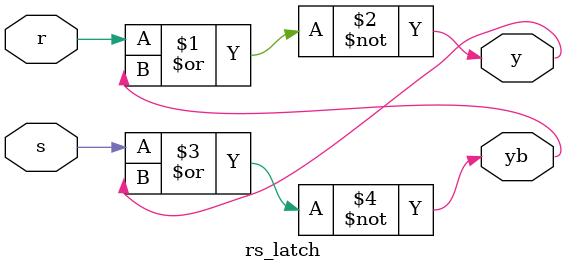
<source format=v>
module rs_latch(y, yb, r, s);
    output y, yb;
    input  r, s;
    nor n1(y, r, yb);
    nor n2(yb, s, y);
endmodule

</source>
